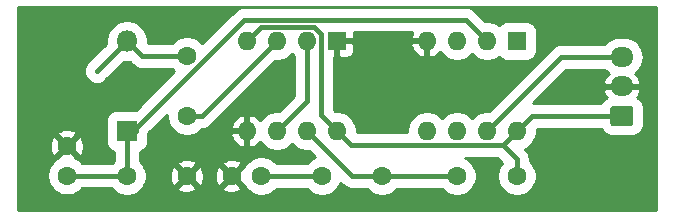
<source format=gbr>
G04 #@! TF.GenerationSoftware,KiCad,Pcbnew,(5.1.5)-3*
G04 #@! TF.CreationDate,2021-01-01T14:24:09+00:00*
G04 #@! TF.ProjectId,KiCadSoil3,4b694361-6453-46f6-996c-332e6b696361,1.0*
G04 #@! TF.SameCoordinates,Original*
G04 #@! TF.FileFunction,Copper,L2,Bot*
G04 #@! TF.FilePolarity,Positive*
%FSLAX46Y46*%
G04 Gerber Fmt 4.6, Leading zero omitted, Abs format (unit mm)*
G04 Created by KiCad (PCBNEW (5.1.5)-3) date 2021-01-01 14:24:09*
%MOMM*%
%LPD*%
G04 APERTURE LIST*
%ADD10O,1.600000X1.600000*%
%ADD11R,1.600000X1.600000*%
%ADD12O,1.800000X1.800000*%
%ADD13R,1.800000X1.800000*%
%ADD14C,1.600000*%
%ADD15O,1.950000X1.700000*%
%ADD16C,0.100000*%
%ADD17C,0.400000*%
%ADD18C,0.254000*%
G04 APERTURE END LIST*
D10*
X55880000Y-24130000D03*
X48260000Y-16510000D03*
X53340000Y-24130000D03*
X50800000Y-16510000D03*
X50800000Y-24130000D03*
X53340000Y-16510000D03*
X48260000Y-24130000D03*
D11*
X55880000Y-16510000D03*
D12*
X22860000Y-16510000D03*
D13*
X22860000Y-24130000D03*
D10*
X40640000Y-24130000D03*
X33020000Y-16510000D03*
X38100000Y-24130000D03*
X35560000Y-16510000D03*
X35560000Y-24130000D03*
X38100000Y-16510000D03*
X33020000Y-24130000D03*
D11*
X40640000Y-16510000D03*
D14*
X22860000Y-27940000D03*
X27940000Y-27940000D03*
X17780000Y-27900000D03*
X17780000Y-25400000D03*
X50800000Y-27940000D03*
X55880000Y-27940000D03*
X44450000Y-27940000D03*
X39370000Y-27940000D03*
X27940000Y-22860000D03*
X27940000Y-17780000D03*
X34250000Y-27940000D03*
X31750000Y-27940000D03*
D15*
X64770000Y-17860000D03*
X64770000Y-20360000D03*
G04 #@! TA.AperFunction,ComponentPad*
D16*
G36*
X65519504Y-22011204D02*
G01*
X65543773Y-22014804D01*
X65567571Y-22020765D01*
X65590671Y-22029030D01*
X65612849Y-22039520D01*
X65633893Y-22052133D01*
X65653598Y-22066747D01*
X65671777Y-22083223D01*
X65688253Y-22101402D01*
X65702867Y-22121107D01*
X65715480Y-22142151D01*
X65725970Y-22164329D01*
X65734235Y-22187429D01*
X65740196Y-22211227D01*
X65743796Y-22235496D01*
X65745000Y-22260000D01*
X65745000Y-23460000D01*
X65743796Y-23484504D01*
X65740196Y-23508773D01*
X65734235Y-23532571D01*
X65725970Y-23555671D01*
X65715480Y-23577849D01*
X65702867Y-23598893D01*
X65688253Y-23618598D01*
X65671777Y-23636777D01*
X65653598Y-23653253D01*
X65633893Y-23667867D01*
X65612849Y-23680480D01*
X65590671Y-23690970D01*
X65567571Y-23699235D01*
X65543773Y-23705196D01*
X65519504Y-23708796D01*
X65495000Y-23710000D01*
X64045000Y-23710000D01*
X64020496Y-23708796D01*
X63996227Y-23705196D01*
X63972429Y-23699235D01*
X63949329Y-23690970D01*
X63927151Y-23680480D01*
X63906107Y-23667867D01*
X63886402Y-23653253D01*
X63868223Y-23636777D01*
X63851747Y-23618598D01*
X63837133Y-23598893D01*
X63824520Y-23577849D01*
X63814030Y-23555671D01*
X63805765Y-23532571D01*
X63799804Y-23508773D01*
X63796204Y-23484504D01*
X63795000Y-23460000D01*
X63795000Y-22260000D01*
X63796204Y-22235496D01*
X63799804Y-22211227D01*
X63805765Y-22187429D01*
X63814030Y-22164329D01*
X63824520Y-22142151D01*
X63837133Y-22121107D01*
X63851747Y-22101402D01*
X63868223Y-22083223D01*
X63886402Y-22066747D01*
X63906107Y-22052133D01*
X63927151Y-22039520D01*
X63949329Y-22029030D01*
X63972429Y-22020765D01*
X63996227Y-22014804D01*
X64020496Y-22011204D01*
X64045000Y-22010000D01*
X65495000Y-22010000D01*
X65519504Y-22011204D01*
G37*
G04 #@! TD.AperFunction*
D17*
X41840001Y-25330001D02*
X41439999Y-24929999D01*
X41439999Y-24929999D02*
X40640000Y-24130000D01*
X54679999Y-25330001D02*
X41840001Y-25330001D01*
X55880000Y-24130000D02*
X54679999Y-25330001D01*
X55880000Y-26530002D02*
X54679999Y-25330001D01*
X55880000Y-27940000D02*
X55880000Y-26530002D01*
X57150000Y-22860000D02*
X55880000Y-24130000D01*
X64770000Y-22860000D02*
X57150000Y-22860000D01*
X33819999Y-15710001D02*
X33020000Y-16510000D01*
X34220001Y-15309999D02*
X33819999Y-15710001D01*
X38676001Y-15309999D02*
X34220001Y-15309999D01*
X39300001Y-15933999D02*
X38676001Y-15309999D01*
X39300001Y-22790001D02*
X39300001Y-15933999D01*
X40640000Y-24130000D02*
X39300001Y-22790001D01*
X59610000Y-17860000D02*
X53340000Y-24130000D01*
X64770000Y-17860000D02*
X59610000Y-17860000D01*
X38100000Y-21590000D02*
X35560000Y-24130000D01*
X38100000Y-16510000D02*
X38100000Y-21590000D01*
X34250000Y-27940000D02*
X39370000Y-27940000D01*
X29210000Y-22860000D02*
X27940000Y-22860000D01*
X35560000Y-16510000D02*
X29210000Y-22860000D01*
X50800000Y-27940000D02*
X44450000Y-27940000D01*
X41910000Y-27940000D02*
X44450000Y-27940000D01*
X38100000Y-24130000D02*
X41910000Y-27940000D01*
X24130000Y-17780000D02*
X22860000Y-16510000D01*
X27940000Y-17780000D02*
X24130000Y-17780000D01*
X22860000Y-16510000D02*
X20320000Y-19050000D01*
X22820000Y-27900000D02*
X22860000Y-27940000D01*
X17780000Y-27900000D02*
X22820000Y-27900000D01*
X22860000Y-27940000D02*
X22860000Y-24130000D01*
X22860000Y-24130000D02*
X23623998Y-24130000D01*
X32786012Y-14709990D02*
X23366002Y-24130000D01*
X23366002Y-24130000D02*
X22860000Y-24130000D01*
X51539990Y-14709990D02*
X32786012Y-14709990D01*
X53340000Y-16510000D02*
X51539990Y-14709990D01*
D18*
G36*
X67678001Y-30848000D02*
G01*
X13602000Y-30848000D01*
X13602000Y-27734830D01*
X16103000Y-27734830D01*
X16103000Y-28065170D01*
X16167446Y-28389163D01*
X16293862Y-28694357D01*
X16477389Y-28969025D01*
X16710975Y-29202611D01*
X16985643Y-29386138D01*
X17290837Y-29512554D01*
X17614830Y-29577000D01*
X17945170Y-29577000D01*
X18269163Y-29512554D01*
X18574357Y-29386138D01*
X18849025Y-29202611D01*
X19074636Y-28977000D01*
X21535991Y-28977000D01*
X21557389Y-29009025D01*
X21790975Y-29242611D01*
X22065643Y-29426138D01*
X22370837Y-29552554D01*
X22694830Y-29617000D01*
X23025170Y-29617000D01*
X23349163Y-29552554D01*
X23654357Y-29426138D01*
X23929025Y-29242611D01*
X24162611Y-29009025D01*
X24213608Y-28932702D01*
X27126903Y-28932702D01*
X27198486Y-29176671D01*
X27453996Y-29297571D01*
X27728184Y-29366300D01*
X28010512Y-29380217D01*
X28290130Y-29338787D01*
X28556292Y-29243603D01*
X28681514Y-29176671D01*
X28753097Y-28932702D01*
X30936903Y-28932702D01*
X31008486Y-29176671D01*
X31263996Y-29297571D01*
X31538184Y-29366300D01*
X31820512Y-29380217D01*
X32100130Y-29338787D01*
X32366292Y-29243603D01*
X32491514Y-29176671D01*
X32563097Y-28932702D01*
X31750000Y-28119605D01*
X30936903Y-28932702D01*
X28753097Y-28932702D01*
X27940000Y-28119605D01*
X27126903Y-28932702D01*
X24213608Y-28932702D01*
X24346138Y-28734357D01*
X24472554Y-28429163D01*
X24537000Y-28105170D01*
X24537000Y-28010512D01*
X26499783Y-28010512D01*
X26541213Y-28290130D01*
X26636397Y-28556292D01*
X26703329Y-28681514D01*
X26947298Y-28753097D01*
X27760395Y-27940000D01*
X28119605Y-27940000D01*
X28932702Y-28753097D01*
X29176671Y-28681514D01*
X29297571Y-28426004D01*
X29366300Y-28151816D01*
X29373265Y-28010512D01*
X30309783Y-28010512D01*
X30351213Y-28290130D01*
X30446397Y-28556292D01*
X30513329Y-28681514D01*
X30757298Y-28753097D01*
X31570395Y-27940000D01*
X30757298Y-27126903D01*
X30513329Y-27198486D01*
X30392429Y-27453996D01*
X30323700Y-27728184D01*
X30309783Y-28010512D01*
X29373265Y-28010512D01*
X29380217Y-27869488D01*
X29338787Y-27589870D01*
X29243603Y-27323708D01*
X29176671Y-27198486D01*
X28932702Y-27126903D01*
X28119605Y-27940000D01*
X27760395Y-27940000D01*
X26947298Y-27126903D01*
X26703329Y-27198486D01*
X26582429Y-27453996D01*
X26513700Y-27728184D01*
X26499783Y-28010512D01*
X24537000Y-28010512D01*
X24537000Y-27774830D01*
X24472554Y-27450837D01*
X24346138Y-27145643D01*
X24213609Y-26947298D01*
X27126903Y-26947298D01*
X27940000Y-27760395D01*
X28753097Y-26947298D01*
X30936903Y-26947298D01*
X31750000Y-27760395D01*
X32563097Y-26947298D01*
X32491514Y-26703329D01*
X32236004Y-26582429D01*
X31961816Y-26513700D01*
X31679488Y-26499783D01*
X31399870Y-26541213D01*
X31133708Y-26636397D01*
X31008486Y-26703329D01*
X30936903Y-26947298D01*
X28753097Y-26947298D01*
X28681514Y-26703329D01*
X28426004Y-26582429D01*
X28151816Y-26513700D01*
X27869488Y-26499783D01*
X27589870Y-26541213D01*
X27323708Y-26636397D01*
X27198486Y-26703329D01*
X27126903Y-26947298D01*
X24213609Y-26947298D01*
X24162611Y-26870975D01*
X23937000Y-26645364D01*
X23937000Y-25892770D01*
X24097237Y-25844162D01*
X24249592Y-25762727D01*
X24383133Y-25653133D01*
X24492727Y-25519592D01*
X24574162Y-25367237D01*
X24624310Y-25201922D01*
X24641243Y-25030000D01*
X24641243Y-24486744D01*
X24685415Y-24341129D01*
X24686227Y-24332882D01*
X26263000Y-22756109D01*
X26263000Y-23025170D01*
X26327446Y-23349163D01*
X26453862Y-23654357D01*
X26637389Y-23929025D01*
X26870975Y-24162611D01*
X27145643Y-24346138D01*
X27450837Y-24472554D01*
X27774830Y-24537000D01*
X28105170Y-24537000D01*
X28396555Y-24479040D01*
X31628091Y-24479040D01*
X31722930Y-24743881D01*
X31867615Y-24985131D01*
X32056586Y-25193519D01*
X32282580Y-25361037D01*
X32536913Y-25481246D01*
X32670961Y-25521904D01*
X32893000Y-25399915D01*
X32893000Y-24257000D01*
X31749376Y-24257000D01*
X31628091Y-24479040D01*
X28396555Y-24479040D01*
X28429163Y-24472554D01*
X28734357Y-24346138D01*
X29009025Y-24162611D01*
X29231547Y-23940089D01*
X29262907Y-23937000D01*
X29262909Y-23937000D01*
X29421129Y-23921417D01*
X29624144Y-23859833D01*
X29771705Y-23780960D01*
X31628091Y-23780960D01*
X31749376Y-24003000D01*
X32893000Y-24003000D01*
X32893000Y-22860085D01*
X32670961Y-22738096D01*
X32536913Y-22778754D01*
X32282580Y-22898963D01*
X32056586Y-23066481D01*
X31867615Y-23274869D01*
X31722930Y-23516119D01*
X31628091Y-23780960D01*
X29771705Y-23780960D01*
X29811244Y-23759826D01*
X29975239Y-23625239D01*
X30008973Y-23584134D01*
X35406108Y-18187000D01*
X35725170Y-18187000D01*
X36049163Y-18122554D01*
X36354357Y-17996138D01*
X36629025Y-17812611D01*
X36830000Y-17611636D01*
X37023000Y-17804636D01*
X37023001Y-21143891D01*
X35713893Y-22453000D01*
X35394830Y-22453000D01*
X35070837Y-22517446D01*
X34765643Y-22643862D01*
X34490975Y-22827389D01*
X34257389Y-23060975D01*
X34139040Y-23238097D01*
X33983414Y-23066481D01*
X33757420Y-22898963D01*
X33503087Y-22778754D01*
X33369039Y-22738096D01*
X33147000Y-22860085D01*
X33147000Y-24003000D01*
X33167000Y-24003000D01*
X33167000Y-24257000D01*
X33147000Y-24257000D01*
X33147000Y-25399915D01*
X33369039Y-25521904D01*
X33503087Y-25481246D01*
X33757420Y-25361037D01*
X33983414Y-25193519D01*
X34139040Y-25021903D01*
X34257389Y-25199025D01*
X34490975Y-25432611D01*
X34765643Y-25616138D01*
X35070837Y-25742554D01*
X35394830Y-25807000D01*
X35725170Y-25807000D01*
X36049163Y-25742554D01*
X36354357Y-25616138D01*
X36629025Y-25432611D01*
X36830000Y-25231636D01*
X37030975Y-25432611D01*
X37305643Y-25616138D01*
X37610837Y-25742554D01*
X37934830Y-25807000D01*
X38253893Y-25807000D01*
X38805531Y-26358639D01*
X38575643Y-26453862D01*
X38300975Y-26637389D01*
X38075364Y-26863000D01*
X35544636Y-26863000D01*
X35319025Y-26637389D01*
X35044357Y-26453862D01*
X34739163Y-26327446D01*
X34415170Y-26263000D01*
X34084830Y-26263000D01*
X33760837Y-26327446D01*
X33455643Y-26453862D01*
X33180975Y-26637389D01*
X32947389Y-26870975D01*
X32770863Y-27135166D01*
X32742702Y-27126903D01*
X31929605Y-27940000D01*
X32742702Y-28753097D01*
X32770863Y-28744834D01*
X32947389Y-29009025D01*
X33180975Y-29242611D01*
X33455643Y-29426138D01*
X33760837Y-29552554D01*
X34084830Y-29617000D01*
X34415170Y-29617000D01*
X34739163Y-29552554D01*
X35044357Y-29426138D01*
X35319025Y-29242611D01*
X35544636Y-29017000D01*
X38075364Y-29017000D01*
X38300975Y-29242611D01*
X38575643Y-29426138D01*
X38880837Y-29552554D01*
X39204830Y-29617000D01*
X39535170Y-29617000D01*
X39859163Y-29552554D01*
X40164357Y-29426138D01*
X40439025Y-29242611D01*
X40672611Y-29009025D01*
X40856138Y-28734357D01*
X40951361Y-28504469D01*
X41111032Y-28664140D01*
X41144761Y-28705239D01*
X41185858Y-28738966D01*
X41308755Y-28839826D01*
X41408762Y-28893280D01*
X41495856Y-28939833D01*
X41618379Y-28977000D01*
X41698870Y-29001417D01*
X41910000Y-29022211D01*
X41962909Y-29017000D01*
X43155364Y-29017000D01*
X43380975Y-29242611D01*
X43655643Y-29426138D01*
X43960837Y-29552554D01*
X44284830Y-29617000D01*
X44615170Y-29617000D01*
X44939163Y-29552554D01*
X45244357Y-29426138D01*
X45519025Y-29242611D01*
X45744636Y-29017000D01*
X49505364Y-29017000D01*
X49730975Y-29242611D01*
X50005643Y-29426138D01*
X50310837Y-29552554D01*
X50634830Y-29617000D01*
X50965170Y-29617000D01*
X51289163Y-29552554D01*
X51594357Y-29426138D01*
X51869025Y-29242611D01*
X52102611Y-29009025D01*
X52286138Y-28734357D01*
X52412554Y-28429163D01*
X52477000Y-28105170D01*
X52477000Y-27774830D01*
X52412554Y-27450837D01*
X52286138Y-27145643D01*
X52102611Y-26870975D01*
X51869025Y-26637389D01*
X51594357Y-26453862D01*
X51481225Y-26407001D01*
X54233892Y-26407001D01*
X54637627Y-26810737D01*
X54577389Y-26870975D01*
X54393862Y-27145643D01*
X54267446Y-27450837D01*
X54203000Y-27774830D01*
X54203000Y-28105170D01*
X54267446Y-28429163D01*
X54393862Y-28734357D01*
X54577389Y-29009025D01*
X54810975Y-29242611D01*
X55085643Y-29426138D01*
X55390837Y-29552554D01*
X55714830Y-29617000D01*
X56045170Y-29617000D01*
X56369163Y-29552554D01*
X56674357Y-29426138D01*
X56949025Y-29242611D01*
X57182611Y-29009025D01*
X57366138Y-28734357D01*
X57492554Y-28429163D01*
X57557000Y-28105170D01*
X57557000Y-27774830D01*
X57492554Y-27450837D01*
X57366138Y-27145643D01*
X57182611Y-26870975D01*
X56957000Y-26645364D01*
X56957000Y-26582909D01*
X56962211Y-26530002D01*
X56950772Y-26413862D01*
X56941417Y-26318873D01*
X56879833Y-26115858D01*
X56813317Y-25991415D01*
X56779826Y-25928757D01*
X56678966Y-25805860D01*
X56645239Y-25764763D01*
X56604140Y-25731034D01*
X56543462Y-25670357D01*
X56674357Y-25616138D01*
X56949025Y-25432611D01*
X57182611Y-25199025D01*
X57366138Y-24924357D01*
X57492554Y-24619163D01*
X57557000Y-24295170D01*
X57557000Y-23976108D01*
X57596108Y-23937000D01*
X63023436Y-23937000D01*
X63104406Y-24088485D01*
X63245090Y-24259910D01*
X63416515Y-24400594D01*
X63612092Y-24505132D01*
X63824305Y-24569506D01*
X64045000Y-24591243D01*
X65495000Y-24591243D01*
X65715695Y-24569506D01*
X65927908Y-24505132D01*
X66123485Y-24400594D01*
X66294910Y-24259910D01*
X66435594Y-24088485D01*
X66540132Y-23892908D01*
X66604506Y-23680695D01*
X66626243Y-23460000D01*
X66626243Y-22260000D01*
X66604506Y-22039305D01*
X66540132Y-21827092D01*
X66435594Y-21631515D01*
X66294910Y-21460090D01*
X66123485Y-21319406D01*
X66052802Y-21281625D01*
X66097496Y-21231193D01*
X66244352Y-20979858D01*
X66336476Y-20716890D01*
X66215155Y-20487000D01*
X64897000Y-20487000D01*
X64897000Y-20507000D01*
X64643000Y-20507000D01*
X64643000Y-20487000D01*
X63324845Y-20487000D01*
X63203524Y-20716890D01*
X63295648Y-20979858D01*
X63442504Y-21231193D01*
X63487198Y-21281625D01*
X63416515Y-21319406D01*
X63245090Y-21460090D01*
X63104406Y-21631515D01*
X63023436Y-21783000D01*
X57210107Y-21783000D01*
X60056108Y-18937000D01*
X63294749Y-18937000D01*
X63417918Y-19087082D01*
X63638892Y-19268430D01*
X63635571Y-19270951D01*
X63442504Y-19488807D01*
X63295648Y-19740142D01*
X63203524Y-20003110D01*
X63324845Y-20233000D01*
X64643000Y-20233000D01*
X64643000Y-20213000D01*
X64897000Y-20213000D01*
X64897000Y-20233000D01*
X66215155Y-20233000D01*
X66336476Y-20003110D01*
X66244352Y-19740142D01*
X66097496Y-19488807D01*
X65904429Y-19270951D01*
X65901108Y-19268430D01*
X66122082Y-19087082D01*
X66337896Y-18824112D01*
X66498260Y-18524092D01*
X66597012Y-18198551D01*
X66630356Y-17860000D01*
X66597012Y-17521449D01*
X66498260Y-17195908D01*
X66337896Y-16895888D01*
X66122082Y-16632918D01*
X65859112Y-16417104D01*
X65559092Y-16256740D01*
X65233551Y-16157988D01*
X64979841Y-16133000D01*
X64560159Y-16133000D01*
X64306449Y-16157988D01*
X63980908Y-16256740D01*
X63680888Y-16417104D01*
X63417918Y-16632918D01*
X63294749Y-16783000D01*
X59662906Y-16783000D01*
X59609999Y-16777789D01*
X59557092Y-16783000D01*
X59557091Y-16783000D01*
X59398871Y-16798583D01*
X59195856Y-16860167D01*
X59008756Y-16960174D01*
X58844761Y-17094761D01*
X58811032Y-17135860D01*
X53493893Y-22453000D01*
X53174830Y-22453000D01*
X52850837Y-22517446D01*
X52545643Y-22643862D01*
X52270975Y-22827389D01*
X52070000Y-23028364D01*
X51869025Y-22827389D01*
X51594357Y-22643862D01*
X51289163Y-22517446D01*
X50965170Y-22453000D01*
X50634830Y-22453000D01*
X50310837Y-22517446D01*
X50005643Y-22643862D01*
X49730975Y-22827389D01*
X49530000Y-23028364D01*
X49329025Y-22827389D01*
X49054357Y-22643862D01*
X48749163Y-22517446D01*
X48425170Y-22453000D01*
X48094830Y-22453000D01*
X47770837Y-22517446D01*
X47465643Y-22643862D01*
X47190975Y-22827389D01*
X46957389Y-23060975D01*
X46773862Y-23335643D01*
X46647446Y-23640837D01*
X46583000Y-23964830D01*
X46583000Y-24253001D01*
X42317000Y-24253001D01*
X42317000Y-23964830D01*
X42252554Y-23640837D01*
X42126138Y-23335643D01*
X41942611Y-23060975D01*
X41709025Y-22827389D01*
X41434357Y-22643862D01*
X41129163Y-22517446D01*
X40805170Y-22453000D01*
X40486107Y-22453000D01*
X40377001Y-22343894D01*
X40377001Y-17922249D01*
X40513000Y-17786250D01*
X40513000Y-16637000D01*
X40767000Y-16637000D01*
X40767000Y-17786250D01*
X40925750Y-17945000D01*
X41440000Y-17948072D01*
X41564482Y-17935812D01*
X41684180Y-17899502D01*
X41794494Y-17840537D01*
X41891185Y-17761185D01*
X41970537Y-17664494D01*
X42029502Y-17554180D01*
X42065812Y-17434482D01*
X42078072Y-17310000D01*
X42075379Y-16859040D01*
X46868091Y-16859040D01*
X46962930Y-17123881D01*
X47107615Y-17365131D01*
X47296586Y-17573519D01*
X47522580Y-17741037D01*
X47776913Y-17861246D01*
X47910961Y-17901904D01*
X48133000Y-17779915D01*
X48133000Y-16637000D01*
X46989376Y-16637000D01*
X46868091Y-16859040D01*
X42075379Y-16859040D01*
X42075000Y-16795750D01*
X41916250Y-16637000D01*
X40767000Y-16637000D01*
X40513000Y-16637000D01*
X40493000Y-16637000D01*
X40493000Y-16383000D01*
X40513000Y-16383000D01*
X40513000Y-16363000D01*
X40767000Y-16363000D01*
X40767000Y-16383000D01*
X41916250Y-16383000D01*
X42075000Y-16224250D01*
X42077612Y-15786990D01*
X47028378Y-15786990D01*
X46962930Y-15896119D01*
X46868091Y-16160960D01*
X46989376Y-16383000D01*
X48133000Y-16383000D01*
X48133000Y-16363000D01*
X48387000Y-16363000D01*
X48387000Y-16383000D01*
X48407000Y-16383000D01*
X48407000Y-16637000D01*
X48387000Y-16637000D01*
X48387000Y-17779915D01*
X48609039Y-17901904D01*
X48743087Y-17861246D01*
X48997420Y-17741037D01*
X49223414Y-17573519D01*
X49379040Y-17401903D01*
X49497389Y-17579025D01*
X49730975Y-17812611D01*
X50005643Y-17996138D01*
X50310837Y-18122554D01*
X50634830Y-18187000D01*
X50965170Y-18187000D01*
X51289163Y-18122554D01*
X51594357Y-17996138D01*
X51869025Y-17812611D01*
X52070000Y-17611636D01*
X52270975Y-17812611D01*
X52545643Y-17996138D01*
X52850837Y-18122554D01*
X53174830Y-18187000D01*
X53505170Y-18187000D01*
X53829163Y-18122554D01*
X54134357Y-17996138D01*
X54376043Y-17834649D01*
X54456867Y-17933133D01*
X54590408Y-18042727D01*
X54742763Y-18124162D01*
X54908078Y-18174310D01*
X55080000Y-18191243D01*
X56680000Y-18191243D01*
X56851922Y-18174310D01*
X57017237Y-18124162D01*
X57169592Y-18042727D01*
X57303133Y-17933133D01*
X57412727Y-17799592D01*
X57494162Y-17647237D01*
X57544310Y-17481922D01*
X57561243Y-17310000D01*
X57561243Y-15710000D01*
X57544310Y-15538078D01*
X57494162Y-15372763D01*
X57412727Y-15220408D01*
X57303133Y-15086867D01*
X57169592Y-14977273D01*
X57017237Y-14895838D01*
X56851922Y-14845690D01*
X56680000Y-14828757D01*
X55080000Y-14828757D01*
X54908078Y-14845690D01*
X54742763Y-14895838D01*
X54590408Y-14977273D01*
X54456867Y-15086867D01*
X54376043Y-15185351D01*
X54134357Y-15023862D01*
X53829163Y-14897446D01*
X53505170Y-14833000D01*
X53186107Y-14833000D01*
X52338963Y-13985855D01*
X52305229Y-13944751D01*
X52141234Y-13810164D01*
X51954134Y-13710157D01*
X51751119Y-13648573D01*
X51592899Y-13632990D01*
X51592897Y-13632990D01*
X51539990Y-13627779D01*
X51487083Y-13632990D01*
X32838919Y-13632990D01*
X32786012Y-13627779D01*
X32733105Y-13632990D01*
X32733103Y-13632990D01*
X32574883Y-13648573D01*
X32371868Y-13710157D01*
X32184768Y-13810164D01*
X32020773Y-13944751D01*
X31987044Y-13985850D01*
X29250345Y-16722549D01*
X29242611Y-16710975D01*
X29009025Y-16477389D01*
X28734357Y-16293862D01*
X28429163Y-16167446D01*
X28105170Y-16103000D01*
X27774830Y-16103000D01*
X27450837Y-16167446D01*
X27145643Y-16293862D01*
X26870975Y-16477389D01*
X26645364Y-16703000D01*
X24633423Y-16703000D01*
X24637000Y-16685019D01*
X24637000Y-16334981D01*
X24568711Y-15991668D01*
X24434757Y-15668275D01*
X24240286Y-15377229D01*
X23992771Y-15129714D01*
X23701725Y-14935243D01*
X23378332Y-14801289D01*
X23035019Y-14733000D01*
X22684981Y-14733000D01*
X22341668Y-14801289D01*
X22018275Y-14935243D01*
X21727229Y-15129714D01*
X21479714Y-15377229D01*
X21285243Y-15668275D01*
X21151289Y-15991668D01*
X21083000Y-16334981D01*
X21083000Y-16685019D01*
X21096086Y-16750806D01*
X19521034Y-18325859D01*
X19420175Y-18448756D01*
X19320168Y-18635856D01*
X19258584Y-18838871D01*
X19237789Y-19050000D01*
X19258584Y-19261129D01*
X19320168Y-19464144D01*
X19420175Y-19651244D01*
X19554762Y-19815238D01*
X19718756Y-19949825D01*
X19905856Y-20049832D01*
X20108871Y-20111416D01*
X20320000Y-20132211D01*
X20531129Y-20111416D01*
X20734144Y-20049832D01*
X20921244Y-19949825D01*
X21044141Y-19848966D01*
X22619194Y-18273914D01*
X22684981Y-18287000D01*
X23035019Y-18287000D01*
X23100806Y-18273914D01*
X23331032Y-18504140D01*
X23364761Y-18545239D01*
X23528756Y-18679826D01*
X23715856Y-18779833D01*
X23918871Y-18841417D01*
X24077091Y-18857000D01*
X24077092Y-18857000D01*
X24129999Y-18862211D01*
X24182906Y-18857000D01*
X26645364Y-18857000D01*
X26870975Y-19082611D01*
X26882550Y-19090345D01*
X23624138Y-22348757D01*
X21960000Y-22348757D01*
X21788078Y-22365690D01*
X21622763Y-22415838D01*
X21470408Y-22497273D01*
X21336867Y-22606867D01*
X21227273Y-22740408D01*
X21145838Y-22892763D01*
X21095690Y-23058078D01*
X21078757Y-23230000D01*
X21078757Y-25030000D01*
X21095690Y-25201922D01*
X21145838Y-25367237D01*
X21227273Y-25519592D01*
X21336867Y-25653133D01*
X21470408Y-25762727D01*
X21622763Y-25844162D01*
X21783001Y-25892770D01*
X21783000Y-26645364D01*
X21605364Y-26823000D01*
X19074636Y-26823000D01*
X18849025Y-26597389D01*
X18584834Y-26420863D01*
X18593097Y-26392702D01*
X17780000Y-25579605D01*
X16966903Y-26392702D01*
X16975166Y-26420863D01*
X16710975Y-26597389D01*
X16477389Y-26830975D01*
X16293862Y-27105643D01*
X16167446Y-27410837D01*
X16103000Y-27734830D01*
X13602000Y-27734830D01*
X13602000Y-25470512D01*
X16339783Y-25470512D01*
X16381213Y-25750130D01*
X16476397Y-26016292D01*
X16543329Y-26141514D01*
X16787298Y-26213097D01*
X17600395Y-25400000D01*
X17959605Y-25400000D01*
X18772702Y-26213097D01*
X19016671Y-26141514D01*
X19137571Y-25886004D01*
X19206300Y-25611816D01*
X19220217Y-25329488D01*
X19178787Y-25049870D01*
X19083603Y-24783708D01*
X19016671Y-24658486D01*
X18772702Y-24586903D01*
X17959605Y-25400000D01*
X17600395Y-25400000D01*
X16787298Y-24586903D01*
X16543329Y-24658486D01*
X16422429Y-24913996D01*
X16353700Y-25188184D01*
X16339783Y-25470512D01*
X13602000Y-25470512D01*
X13602000Y-24407298D01*
X16966903Y-24407298D01*
X17780000Y-25220395D01*
X18593097Y-24407298D01*
X18521514Y-24163329D01*
X18266004Y-24042429D01*
X17991816Y-23973700D01*
X17709488Y-23959783D01*
X17429870Y-24001213D01*
X17163708Y-24096397D01*
X17038486Y-24163329D01*
X16966903Y-24407298D01*
X13602000Y-24407298D01*
X13602000Y-13602000D01*
X67678000Y-13602000D01*
X67678001Y-30848000D01*
G37*
X67678001Y-30848000D02*
X13602000Y-30848000D01*
X13602000Y-27734830D01*
X16103000Y-27734830D01*
X16103000Y-28065170D01*
X16167446Y-28389163D01*
X16293862Y-28694357D01*
X16477389Y-28969025D01*
X16710975Y-29202611D01*
X16985643Y-29386138D01*
X17290837Y-29512554D01*
X17614830Y-29577000D01*
X17945170Y-29577000D01*
X18269163Y-29512554D01*
X18574357Y-29386138D01*
X18849025Y-29202611D01*
X19074636Y-28977000D01*
X21535991Y-28977000D01*
X21557389Y-29009025D01*
X21790975Y-29242611D01*
X22065643Y-29426138D01*
X22370837Y-29552554D01*
X22694830Y-29617000D01*
X23025170Y-29617000D01*
X23349163Y-29552554D01*
X23654357Y-29426138D01*
X23929025Y-29242611D01*
X24162611Y-29009025D01*
X24213608Y-28932702D01*
X27126903Y-28932702D01*
X27198486Y-29176671D01*
X27453996Y-29297571D01*
X27728184Y-29366300D01*
X28010512Y-29380217D01*
X28290130Y-29338787D01*
X28556292Y-29243603D01*
X28681514Y-29176671D01*
X28753097Y-28932702D01*
X30936903Y-28932702D01*
X31008486Y-29176671D01*
X31263996Y-29297571D01*
X31538184Y-29366300D01*
X31820512Y-29380217D01*
X32100130Y-29338787D01*
X32366292Y-29243603D01*
X32491514Y-29176671D01*
X32563097Y-28932702D01*
X31750000Y-28119605D01*
X30936903Y-28932702D01*
X28753097Y-28932702D01*
X27940000Y-28119605D01*
X27126903Y-28932702D01*
X24213608Y-28932702D01*
X24346138Y-28734357D01*
X24472554Y-28429163D01*
X24537000Y-28105170D01*
X24537000Y-28010512D01*
X26499783Y-28010512D01*
X26541213Y-28290130D01*
X26636397Y-28556292D01*
X26703329Y-28681514D01*
X26947298Y-28753097D01*
X27760395Y-27940000D01*
X28119605Y-27940000D01*
X28932702Y-28753097D01*
X29176671Y-28681514D01*
X29297571Y-28426004D01*
X29366300Y-28151816D01*
X29373265Y-28010512D01*
X30309783Y-28010512D01*
X30351213Y-28290130D01*
X30446397Y-28556292D01*
X30513329Y-28681514D01*
X30757298Y-28753097D01*
X31570395Y-27940000D01*
X30757298Y-27126903D01*
X30513329Y-27198486D01*
X30392429Y-27453996D01*
X30323700Y-27728184D01*
X30309783Y-28010512D01*
X29373265Y-28010512D01*
X29380217Y-27869488D01*
X29338787Y-27589870D01*
X29243603Y-27323708D01*
X29176671Y-27198486D01*
X28932702Y-27126903D01*
X28119605Y-27940000D01*
X27760395Y-27940000D01*
X26947298Y-27126903D01*
X26703329Y-27198486D01*
X26582429Y-27453996D01*
X26513700Y-27728184D01*
X26499783Y-28010512D01*
X24537000Y-28010512D01*
X24537000Y-27774830D01*
X24472554Y-27450837D01*
X24346138Y-27145643D01*
X24213609Y-26947298D01*
X27126903Y-26947298D01*
X27940000Y-27760395D01*
X28753097Y-26947298D01*
X30936903Y-26947298D01*
X31750000Y-27760395D01*
X32563097Y-26947298D01*
X32491514Y-26703329D01*
X32236004Y-26582429D01*
X31961816Y-26513700D01*
X31679488Y-26499783D01*
X31399870Y-26541213D01*
X31133708Y-26636397D01*
X31008486Y-26703329D01*
X30936903Y-26947298D01*
X28753097Y-26947298D01*
X28681514Y-26703329D01*
X28426004Y-26582429D01*
X28151816Y-26513700D01*
X27869488Y-26499783D01*
X27589870Y-26541213D01*
X27323708Y-26636397D01*
X27198486Y-26703329D01*
X27126903Y-26947298D01*
X24213609Y-26947298D01*
X24162611Y-26870975D01*
X23937000Y-26645364D01*
X23937000Y-25892770D01*
X24097237Y-25844162D01*
X24249592Y-25762727D01*
X24383133Y-25653133D01*
X24492727Y-25519592D01*
X24574162Y-25367237D01*
X24624310Y-25201922D01*
X24641243Y-25030000D01*
X24641243Y-24486744D01*
X24685415Y-24341129D01*
X24686227Y-24332882D01*
X26263000Y-22756109D01*
X26263000Y-23025170D01*
X26327446Y-23349163D01*
X26453862Y-23654357D01*
X26637389Y-23929025D01*
X26870975Y-24162611D01*
X27145643Y-24346138D01*
X27450837Y-24472554D01*
X27774830Y-24537000D01*
X28105170Y-24537000D01*
X28396555Y-24479040D01*
X31628091Y-24479040D01*
X31722930Y-24743881D01*
X31867615Y-24985131D01*
X32056586Y-25193519D01*
X32282580Y-25361037D01*
X32536913Y-25481246D01*
X32670961Y-25521904D01*
X32893000Y-25399915D01*
X32893000Y-24257000D01*
X31749376Y-24257000D01*
X31628091Y-24479040D01*
X28396555Y-24479040D01*
X28429163Y-24472554D01*
X28734357Y-24346138D01*
X29009025Y-24162611D01*
X29231547Y-23940089D01*
X29262907Y-23937000D01*
X29262909Y-23937000D01*
X29421129Y-23921417D01*
X29624144Y-23859833D01*
X29771705Y-23780960D01*
X31628091Y-23780960D01*
X31749376Y-24003000D01*
X32893000Y-24003000D01*
X32893000Y-22860085D01*
X32670961Y-22738096D01*
X32536913Y-22778754D01*
X32282580Y-22898963D01*
X32056586Y-23066481D01*
X31867615Y-23274869D01*
X31722930Y-23516119D01*
X31628091Y-23780960D01*
X29771705Y-23780960D01*
X29811244Y-23759826D01*
X29975239Y-23625239D01*
X30008973Y-23584134D01*
X35406108Y-18187000D01*
X35725170Y-18187000D01*
X36049163Y-18122554D01*
X36354357Y-17996138D01*
X36629025Y-17812611D01*
X36830000Y-17611636D01*
X37023000Y-17804636D01*
X37023001Y-21143891D01*
X35713893Y-22453000D01*
X35394830Y-22453000D01*
X35070837Y-22517446D01*
X34765643Y-22643862D01*
X34490975Y-22827389D01*
X34257389Y-23060975D01*
X34139040Y-23238097D01*
X33983414Y-23066481D01*
X33757420Y-22898963D01*
X33503087Y-22778754D01*
X33369039Y-22738096D01*
X33147000Y-22860085D01*
X33147000Y-24003000D01*
X33167000Y-24003000D01*
X33167000Y-24257000D01*
X33147000Y-24257000D01*
X33147000Y-25399915D01*
X33369039Y-25521904D01*
X33503087Y-25481246D01*
X33757420Y-25361037D01*
X33983414Y-25193519D01*
X34139040Y-25021903D01*
X34257389Y-25199025D01*
X34490975Y-25432611D01*
X34765643Y-25616138D01*
X35070837Y-25742554D01*
X35394830Y-25807000D01*
X35725170Y-25807000D01*
X36049163Y-25742554D01*
X36354357Y-25616138D01*
X36629025Y-25432611D01*
X36830000Y-25231636D01*
X37030975Y-25432611D01*
X37305643Y-25616138D01*
X37610837Y-25742554D01*
X37934830Y-25807000D01*
X38253893Y-25807000D01*
X38805531Y-26358639D01*
X38575643Y-26453862D01*
X38300975Y-26637389D01*
X38075364Y-26863000D01*
X35544636Y-26863000D01*
X35319025Y-26637389D01*
X35044357Y-26453862D01*
X34739163Y-26327446D01*
X34415170Y-26263000D01*
X34084830Y-26263000D01*
X33760837Y-26327446D01*
X33455643Y-26453862D01*
X33180975Y-26637389D01*
X32947389Y-26870975D01*
X32770863Y-27135166D01*
X32742702Y-27126903D01*
X31929605Y-27940000D01*
X32742702Y-28753097D01*
X32770863Y-28744834D01*
X32947389Y-29009025D01*
X33180975Y-29242611D01*
X33455643Y-29426138D01*
X33760837Y-29552554D01*
X34084830Y-29617000D01*
X34415170Y-29617000D01*
X34739163Y-29552554D01*
X35044357Y-29426138D01*
X35319025Y-29242611D01*
X35544636Y-29017000D01*
X38075364Y-29017000D01*
X38300975Y-29242611D01*
X38575643Y-29426138D01*
X38880837Y-29552554D01*
X39204830Y-29617000D01*
X39535170Y-29617000D01*
X39859163Y-29552554D01*
X40164357Y-29426138D01*
X40439025Y-29242611D01*
X40672611Y-29009025D01*
X40856138Y-28734357D01*
X40951361Y-28504469D01*
X41111032Y-28664140D01*
X41144761Y-28705239D01*
X41185858Y-28738966D01*
X41308755Y-28839826D01*
X41408762Y-28893280D01*
X41495856Y-28939833D01*
X41618379Y-28977000D01*
X41698870Y-29001417D01*
X41910000Y-29022211D01*
X41962909Y-29017000D01*
X43155364Y-29017000D01*
X43380975Y-29242611D01*
X43655643Y-29426138D01*
X43960837Y-29552554D01*
X44284830Y-29617000D01*
X44615170Y-29617000D01*
X44939163Y-29552554D01*
X45244357Y-29426138D01*
X45519025Y-29242611D01*
X45744636Y-29017000D01*
X49505364Y-29017000D01*
X49730975Y-29242611D01*
X50005643Y-29426138D01*
X50310837Y-29552554D01*
X50634830Y-29617000D01*
X50965170Y-29617000D01*
X51289163Y-29552554D01*
X51594357Y-29426138D01*
X51869025Y-29242611D01*
X52102611Y-29009025D01*
X52286138Y-28734357D01*
X52412554Y-28429163D01*
X52477000Y-28105170D01*
X52477000Y-27774830D01*
X52412554Y-27450837D01*
X52286138Y-27145643D01*
X52102611Y-26870975D01*
X51869025Y-26637389D01*
X51594357Y-26453862D01*
X51481225Y-26407001D01*
X54233892Y-26407001D01*
X54637627Y-26810737D01*
X54577389Y-26870975D01*
X54393862Y-27145643D01*
X54267446Y-27450837D01*
X54203000Y-27774830D01*
X54203000Y-28105170D01*
X54267446Y-28429163D01*
X54393862Y-28734357D01*
X54577389Y-29009025D01*
X54810975Y-29242611D01*
X55085643Y-29426138D01*
X55390837Y-29552554D01*
X55714830Y-29617000D01*
X56045170Y-29617000D01*
X56369163Y-29552554D01*
X56674357Y-29426138D01*
X56949025Y-29242611D01*
X57182611Y-29009025D01*
X57366138Y-28734357D01*
X57492554Y-28429163D01*
X57557000Y-28105170D01*
X57557000Y-27774830D01*
X57492554Y-27450837D01*
X57366138Y-27145643D01*
X57182611Y-26870975D01*
X56957000Y-26645364D01*
X56957000Y-26582909D01*
X56962211Y-26530002D01*
X56950772Y-26413862D01*
X56941417Y-26318873D01*
X56879833Y-26115858D01*
X56813317Y-25991415D01*
X56779826Y-25928757D01*
X56678966Y-25805860D01*
X56645239Y-25764763D01*
X56604140Y-25731034D01*
X56543462Y-25670357D01*
X56674357Y-25616138D01*
X56949025Y-25432611D01*
X57182611Y-25199025D01*
X57366138Y-24924357D01*
X57492554Y-24619163D01*
X57557000Y-24295170D01*
X57557000Y-23976108D01*
X57596108Y-23937000D01*
X63023436Y-23937000D01*
X63104406Y-24088485D01*
X63245090Y-24259910D01*
X63416515Y-24400594D01*
X63612092Y-24505132D01*
X63824305Y-24569506D01*
X64045000Y-24591243D01*
X65495000Y-24591243D01*
X65715695Y-24569506D01*
X65927908Y-24505132D01*
X66123485Y-24400594D01*
X66294910Y-24259910D01*
X66435594Y-24088485D01*
X66540132Y-23892908D01*
X66604506Y-23680695D01*
X66626243Y-23460000D01*
X66626243Y-22260000D01*
X66604506Y-22039305D01*
X66540132Y-21827092D01*
X66435594Y-21631515D01*
X66294910Y-21460090D01*
X66123485Y-21319406D01*
X66052802Y-21281625D01*
X66097496Y-21231193D01*
X66244352Y-20979858D01*
X66336476Y-20716890D01*
X66215155Y-20487000D01*
X64897000Y-20487000D01*
X64897000Y-20507000D01*
X64643000Y-20507000D01*
X64643000Y-20487000D01*
X63324845Y-20487000D01*
X63203524Y-20716890D01*
X63295648Y-20979858D01*
X63442504Y-21231193D01*
X63487198Y-21281625D01*
X63416515Y-21319406D01*
X63245090Y-21460090D01*
X63104406Y-21631515D01*
X63023436Y-21783000D01*
X57210107Y-21783000D01*
X60056108Y-18937000D01*
X63294749Y-18937000D01*
X63417918Y-19087082D01*
X63638892Y-19268430D01*
X63635571Y-19270951D01*
X63442504Y-19488807D01*
X63295648Y-19740142D01*
X63203524Y-20003110D01*
X63324845Y-20233000D01*
X64643000Y-20233000D01*
X64643000Y-20213000D01*
X64897000Y-20213000D01*
X64897000Y-20233000D01*
X66215155Y-20233000D01*
X66336476Y-20003110D01*
X66244352Y-19740142D01*
X66097496Y-19488807D01*
X65904429Y-19270951D01*
X65901108Y-19268430D01*
X66122082Y-19087082D01*
X66337896Y-18824112D01*
X66498260Y-18524092D01*
X66597012Y-18198551D01*
X66630356Y-17860000D01*
X66597012Y-17521449D01*
X66498260Y-17195908D01*
X66337896Y-16895888D01*
X66122082Y-16632918D01*
X65859112Y-16417104D01*
X65559092Y-16256740D01*
X65233551Y-16157988D01*
X64979841Y-16133000D01*
X64560159Y-16133000D01*
X64306449Y-16157988D01*
X63980908Y-16256740D01*
X63680888Y-16417104D01*
X63417918Y-16632918D01*
X63294749Y-16783000D01*
X59662906Y-16783000D01*
X59609999Y-16777789D01*
X59557092Y-16783000D01*
X59557091Y-16783000D01*
X59398871Y-16798583D01*
X59195856Y-16860167D01*
X59008756Y-16960174D01*
X58844761Y-17094761D01*
X58811032Y-17135860D01*
X53493893Y-22453000D01*
X53174830Y-22453000D01*
X52850837Y-22517446D01*
X52545643Y-22643862D01*
X52270975Y-22827389D01*
X52070000Y-23028364D01*
X51869025Y-22827389D01*
X51594357Y-22643862D01*
X51289163Y-22517446D01*
X50965170Y-22453000D01*
X50634830Y-22453000D01*
X50310837Y-22517446D01*
X50005643Y-22643862D01*
X49730975Y-22827389D01*
X49530000Y-23028364D01*
X49329025Y-22827389D01*
X49054357Y-22643862D01*
X48749163Y-22517446D01*
X48425170Y-22453000D01*
X48094830Y-22453000D01*
X47770837Y-22517446D01*
X47465643Y-22643862D01*
X47190975Y-22827389D01*
X46957389Y-23060975D01*
X46773862Y-23335643D01*
X46647446Y-23640837D01*
X46583000Y-23964830D01*
X46583000Y-24253001D01*
X42317000Y-24253001D01*
X42317000Y-23964830D01*
X42252554Y-23640837D01*
X42126138Y-23335643D01*
X41942611Y-23060975D01*
X41709025Y-22827389D01*
X41434357Y-22643862D01*
X41129163Y-22517446D01*
X40805170Y-22453000D01*
X40486107Y-22453000D01*
X40377001Y-22343894D01*
X40377001Y-17922249D01*
X40513000Y-17786250D01*
X40513000Y-16637000D01*
X40767000Y-16637000D01*
X40767000Y-17786250D01*
X40925750Y-17945000D01*
X41440000Y-17948072D01*
X41564482Y-17935812D01*
X41684180Y-17899502D01*
X41794494Y-17840537D01*
X41891185Y-17761185D01*
X41970537Y-17664494D01*
X42029502Y-17554180D01*
X42065812Y-17434482D01*
X42078072Y-17310000D01*
X42075379Y-16859040D01*
X46868091Y-16859040D01*
X46962930Y-17123881D01*
X47107615Y-17365131D01*
X47296586Y-17573519D01*
X47522580Y-17741037D01*
X47776913Y-17861246D01*
X47910961Y-17901904D01*
X48133000Y-17779915D01*
X48133000Y-16637000D01*
X46989376Y-16637000D01*
X46868091Y-16859040D01*
X42075379Y-16859040D01*
X42075000Y-16795750D01*
X41916250Y-16637000D01*
X40767000Y-16637000D01*
X40513000Y-16637000D01*
X40493000Y-16637000D01*
X40493000Y-16383000D01*
X40513000Y-16383000D01*
X40513000Y-16363000D01*
X40767000Y-16363000D01*
X40767000Y-16383000D01*
X41916250Y-16383000D01*
X42075000Y-16224250D01*
X42077612Y-15786990D01*
X47028378Y-15786990D01*
X46962930Y-15896119D01*
X46868091Y-16160960D01*
X46989376Y-16383000D01*
X48133000Y-16383000D01*
X48133000Y-16363000D01*
X48387000Y-16363000D01*
X48387000Y-16383000D01*
X48407000Y-16383000D01*
X48407000Y-16637000D01*
X48387000Y-16637000D01*
X48387000Y-17779915D01*
X48609039Y-17901904D01*
X48743087Y-17861246D01*
X48997420Y-17741037D01*
X49223414Y-17573519D01*
X49379040Y-17401903D01*
X49497389Y-17579025D01*
X49730975Y-17812611D01*
X50005643Y-17996138D01*
X50310837Y-18122554D01*
X50634830Y-18187000D01*
X50965170Y-18187000D01*
X51289163Y-18122554D01*
X51594357Y-17996138D01*
X51869025Y-17812611D01*
X52070000Y-17611636D01*
X52270975Y-17812611D01*
X52545643Y-17996138D01*
X52850837Y-18122554D01*
X53174830Y-18187000D01*
X53505170Y-18187000D01*
X53829163Y-18122554D01*
X54134357Y-17996138D01*
X54376043Y-17834649D01*
X54456867Y-17933133D01*
X54590408Y-18042727D01*
X54742763Y-18124162D01*
X54908078Y-18174310D01*
X55080000Y-18191243D01*
X56680000Y-18191243D01*
X56851922Y-18174310D01*
X57017237Y-18124162D01*
X57169592Y-18042727D01*
X57303133Y-17933133D01*
X57412727Y-17799592D01*
X57494162Y-17647237D01*
X57544310Y-17481922D01*
X57561243Y-17310000D01*
X57561243Y-15710000D01*
X57544310Y-15538078D01*
X57494162Y-15372763D01*
X57412727Y-15220408D01*
X57303133Y-15086867D01*
X57169592Y-14977273D01*
X57017237Y-14895838D01*
X56851922Y-14845690D01*
X56680000Y-14828757D01*
X55080000Y-14828757D01*
X54908078Y-14845690D01*
X54742763Y-14895838D01*
X54590408Y-14977273D01*
X54456867Y-15086867D01*
X54376043Y-15185351D01*
X54134357Y-15023862D01*
X53829163Y-14897446D01*
X53505170Y-14833000D01*
X53186107Y-14833000D01*
X52338963Y-13985855D01*
X52305229Y-13944751D01*
X52141234Y-13810164D01*
X51954134Y-13710157D01*
X51751119Y-13648573D01*
X51592899Y-13632990D01*
X51592897Y-13632990D01*
X51539990Y-13627779D01*
X51487083Y-13632990D01*
X32838919Y-13632990D01*
X32786012Y-13627779D01*
X32733105Y-13632990D01*
X32733103Y-13632990D01*
X32574883Y-13648573D01*
X32371868Y-13710157D01*
X32184768Y-13810164D01*
X32020773Y-13944751D01*
X31987044Y-13985850D01*
X29250345Y-16722549D01*
X29242611Y-16710975D01*
X29009025Y-16477389D01*
X28734357Y-16293862D01*
X28429163Y-16167446D01*
X28105170Y-16103000D01*
X27774830Y-16103000D01*
X27450837Y-16167446D01*
X27145643Y-16293862D01*
X26870975Y-16477389D01*
X26645364Y-16703000D01*
X24633423Y-16703000D01*
X24637000Y-16685019D01*
X24637000Y-16334981D01*
X24568711Y-15991668D01*
X24434757Y-15668275D01*
X24240286Y-15377229D01*
X23992771Y-15129714D01*
X23701725Y-14935243D01*
X23378332Y-14801289D01*
X23035019Y-14733000D01*
X22684981Y-14733000D01*
X22341668Y-14801289D01*
X22018275Y-14935243D01*
X21727229Y-15129714D01*
X21479714Y-15377229D01*
X21285243Y-15668275D01*
X21151289Y-15991668D01*
X21083000Y-16334981D01*
X21083000Y-16685019D01*
X21096086Y-16750806D01*
X19521034Y-18325859D01*
X19420175Y-18448756D01*
X19320168Y-18635856D01*
X19258584Y-18838871D01*
X19237789Y-19050000D01*
X19258584Y-19261129D01*
X19320168Y-19464144D01*
X19420175Y-19651244D01*
X19554762Y-19815238D01*
X19718756Y-19949825D01*
X19905856Y-20049832D01*
X20108871Y-20111416D01*
X20320000Y-20132211D01*
X20531129Y-20111416D01*
X20734144Y-20049832D01*
X20921244Y-19949825D01*
X21044141Y-19848966D01*
X22619194Y-18273914D01*
X22684981Y-18287000D01*
X23035019Y-18287000D01*
X23100806Y-18273914D01*
X23331032Y-18504140D01*
X23364761Y-18545239D01*
X23528756Y-18679826D01*
X23715856Y-18779833D01*
X23918871Y-18841417D01*
X24077091Y-18857000D01*
X24077092Y-18857000D01*
X24129999Y-18862211D01*
X24182906Y-18857000D01*
X26645364Y-18857000D01*
X26870975Y-19082611D01*
X26882550Y-19090345D01*
X23624138Y-22348757D01*
X21960000Y-22348757D01*
X21788078Y-22365690D01*
X21622763Y-22415838D01*
X21470408Y-22497273D01*
X21336867Y-22606867D01*
X21227273Y-22740408D01*
X21145838Y-22892763D01*
X21095690Y-23058078D01*
X21078757Y-23230000D01*
X21078757Y-25030000D01*
X21095690Y-25201922D01*
X21145838Y-25367237D01*
X21227273Y-25519592D01*
X21336867Y-25653133D01*
X21470408Y-25762727D01*
X21622763Y-25844162D01*
X21783001Y-25892770D01*
X21783000Y-26645364D01*
X21605364Y-26823000D01*
X19074636Y-26823000D01*
X18849025Y-26597389D01*
X18584834Y-26420863D01*
X18593097Y-26392702D01*
X17780000Y-25579605D01*
X16966903Y-26392702D01*
X16975166Y-26420863D01*
X16710975Y-26597389D01*
X16477389Y-26830975D01*
X16293862Y-27105643D01*
X16167446Y-27410837D01*
X16103000Y-27734830D01*
X13602000Y-27734830D01*
X13602000Y-25470512D01*
X16339783Y-25470512D01*
X16381213Y-25750130D01*
X16476397Y-26016292D01*
X16543329Y-26141514D01*
X16787298Y-26213097D01*
X17600395Y-25400000D01*
X17959605Y-25400000D01*
X18772702Y-26213097D01*
X19016671Y-26141514D01*
X19137571Y-25886004D01*
X19206300Y-25611816D01*
X19220217Y-25329488D01*
X19178787Y-25049870D01*
X19083603Y-24783708D01*
X19016671Y-24658486D01*
X18772702Y-24586903D01*
X17959605Y-25400000D01*
X17600395Y-25400000D01*
X16787298Y-24586903D01*
X16543329Y-24658486D01*
X16422429Y-24913996D01*
X16353700Y-25188184D01*
X16339783Y-25470512D01*
X13602000Y-25470512D01*
X13602000Y-24407298D01*
X16966903Y-24407298D01*
X17780000Y-25220395D01*
X18593097Y-24407298D01*
X18521514Y-24163329D01*
X18266004Y-24042429D01*
X17991816Y-23973700D01*
X17709488Y-23959783D01*
X17429870Y-24001213D01*
X17163708Y-24096397D01*
X17038486Y-24163329D01*
X16966903Y-24407298D01*
X13602000Y-24407298D01*
X13602000Y-13602000D01*
X67678000Y-13602000D01*
X67678001Y-30848000D01*
M02*

</source>
